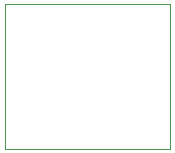
<source format=gbr>
G04 (created by PCBNEW (2013-07-07 BZR 4022)-stable) date 1/30/2015 12:57:55 AM*
%MOIN*%
G04 Gerber Fmt 3.4, Leading zero omitted, Abs format*
%FSLAX34Y34*%
G01*
G70*
G90*
G04 APERTURE LIST*
%ADD10C,0.00590551*%
%ADD11C,0.00393701*%
G04 APERTURE END LIST*
G54D10*
G54D11*
X82283Y-60039D02*
X82283Y-59842D01*
X87795Y-60039D02*
X82283Y-60039D01*
X87795Y-59842D02*
X87795Y-60039D01*
X82283Y-55216D02*
X82283Y-59842D01*
X82381Y-55216D02*
X82283Y-55216D01*
X87795Y-55216D02*
X87696Y-55216D01*
X87795Y-59842D02*
X87795Y-55216D01*
X87696Y-55216D02*
X87598Y-55216D01*
X82480Y-55216D02*
X82381Y-55216D01*
X87598Y-55216D02*
X82480Y-55216D01*
M02*

</source>
